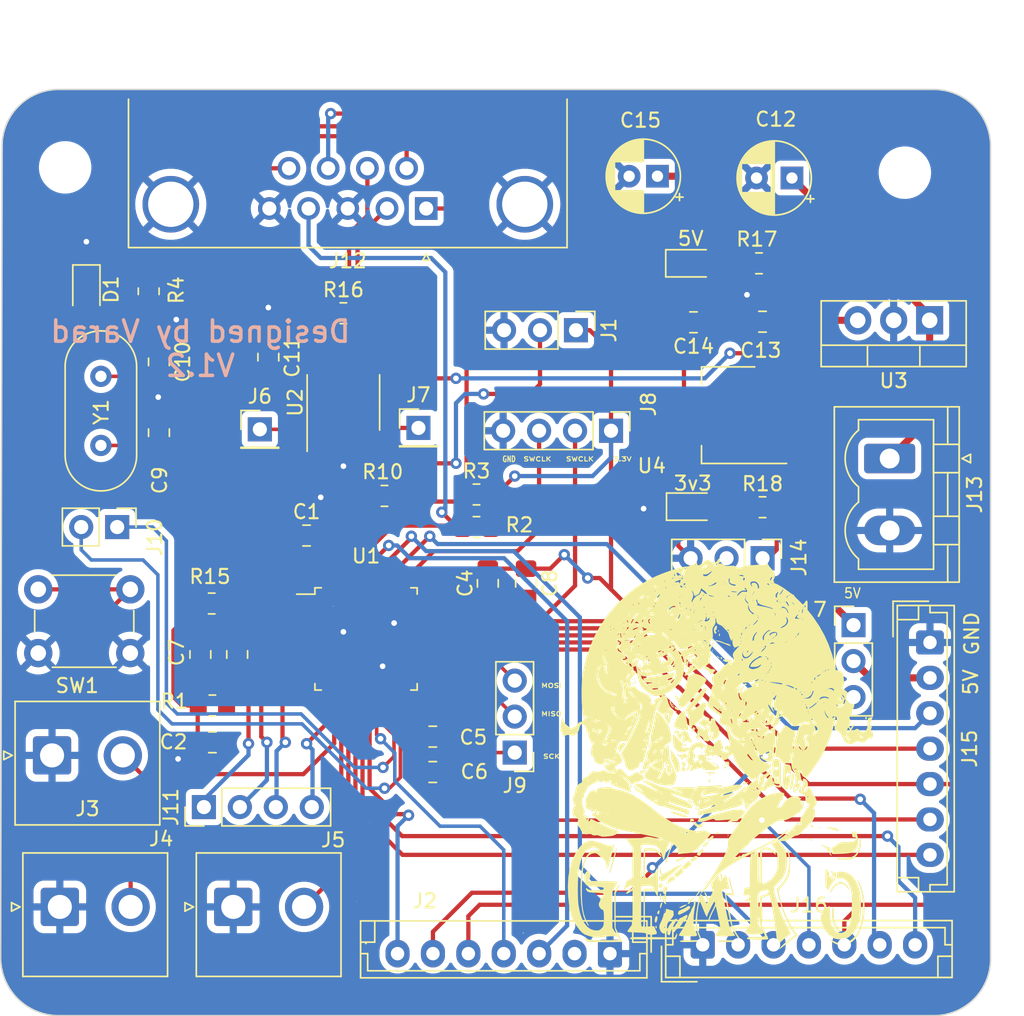
<source format=kicad_pcb>
(kicad_pcb (version 20240108) (generator "pcbnew") (generator_version "8.0")
  (layers (0 "F.Cu" signal) (31 "B.Cu" signal) (34 "B.Paste" user) (35 "F.Paste" user) (36 "B.SilkS" user "B.Silkscreen") (37 "F.SilkS" user "F.Silkscreen") (38 "B.Mask" user) (39 "F.Mask" user) (44 "Edge.Cuts" user))
  (net 0 "")
  (net 1 "+3.3V")
  (net 2 "GND")
  (net 3 "/RESET")
  (net 4 "Net-(C9-Pad1)")
  (net 5 "/OSC_IN")
  (net 6 "+5V")
  (net 7 "+BATT")
  (net 8 "Net-(C14-Pad1)")
  (net 9 "Net-(D1-Pad2)")
  (net 10 "Net-(D5-Pad2)")
  (net 11 "Net-(D6-Pad2)")
  (net 12 "Net-(J1-Pad2)")
  (net 13 "/a15")
  (net 14 "/a12")
  (net 15 "/a11")
  (net 16 "/a8")
  (net 17 "/a9")
  (net 18 "/b0")
  (net 19 "/a10")
  (net 20 "/b1")
  (net 21 "/adc1")
  (net 22 "/adc2")
  (net 23 "/adc3")
  (net 24 "/CAN_Tx")
  (net 25 "/CAN_Rx")
  (net 26 "/pwm_a0")
  (net 27 "/pwm_a1")
  (net 28 "/pmw_a2")
  (net 29 "/pwm_a3")
  (net 30 "/MVCU_HBT")
  (net 31 "/CAN_L-")
  (net 32 "/I2C_SCL")
  (net 33 "/VCU_HBT")
  (net 34 "/CAN_H+")
  (net 35 "/I2C_SDA")
  (net 36 "Net-(R4-Pad2)")
  (net 37 "/BOOT0")
  (net 38 "/OSC_OUT")
  (net 40 "/uart3_tx")
  (net 41 "/uart3_rx")
  (net 42 "/sck")
  (net 43 "/miso")
  (net 44 "/mosi")
  (net 45 "/SWDIO")
  (net 46 "/SWCLK")
  (net 47 "/swo")
  (net 49 "/fault2")
  (net 50 "/rdy2")
  (net 51 "/a7")
  (net 53 "/fault1")
  (net 54 "/rdy1")
  (net 55 "Net-(J15-Pad2)")
  (footprint "Resistor_SMD:R_0805_2012Metric_Pad1.20x1.40mm_HandSolder" (layer "F.Cu") (at 148.7 92.5)
    (property "Reference" "R3")
    (property "Value" "1.5k" (hide yes))
  )
  (footprint "Connector_JST:JST_EH_B7B-EH-A_1x07_P2.50mm_Vertical" (layer "F.Cu") (at 164.675 124.3)
    (property "Reference" "J16")
    (property "Value" "Conn_01x07_Male" (hide yes))
  )
  (footprint "Connector_PinHeader_2.54mm:PinHeader_1x03_P2.54mm_Vertical" (layer "F.Cu") (at 155.725 80.9 -90)
    (property "Reference" "J1")
    (property "Value" "Conn_01x03_Male" (hide yes))
  )
  (footprint "Capacitor_SMD:C_0805_2012Metric_Pad1.18x1.45mm_HandSolder" (layer "F.Cu") (at 152.2 98.775 -90)
    (property "Reference" "C8")
    (property "Value" "1uF" (hide yes))
  )
  (footprint "Capacitor_SMD:C_0805_2012Metric_Pad1.18x1.45mm_HandSolder" (layer "F.Cu") (at 136.7 95.4)
    (property "Reference" "C1")
    (property "Value" "10uF" (hide yes))
  )
  (footprint "Connector_PinHeader_2.54mm:PinHeader_1x04_P2.54mm_Vertical" (layer "F.Cu") (at 158.2 88 -90)
    (property "Reference" "J8")
    (property "Value" "Conn_01x04_Male" (hide yes))
  )
  (footprint "Connector_JST:JST_NV_B02P-NV_1x02_P5.00mm_Vertical" (layer "F.Cu") (at 131.5225 121.625)
    (property "Reference" "J5")
    (property "Value" "Conn_01x02_Male" (hide yes))
  )
  (footprint "Capacitor_SMD:C_0805_2012Metric_Pad1.18x1.45mm_HandSolder" (layer "F.Cu") (at 131.8 103.8 90)
    (property "Reference" "C3")
    (property "Value" "100nF" (hide yes))
  )
  (footprint "Capacitor_SMD:C_0805_2012Metric_Pad1.18x1.45mm_HandSolder" (layer "F.Cu") (at 149.5 98.775 -90)
    (property "Reference" "C4")
    (property "Value" "100nF" (hide yes))
  )
  (footprint "Connector_Phoenix_MSTB:PhoenixContact_MSTBVA_2,5_2-G-5,08_1x02_P5.08mm_Vertical" (layer "F.Cu") (at 177.8775 89.96 -90)
    (property "Reference" "J13")
    (property "Value" "Conn_01x02_Male" (hide yes))
  )
  (footprint "Resistor_SMD:R_0805_2012Metric_Pad1.20x1.40mm_HandSolder" (layer "F.Cu") (at 130 100.2 180)
    (property "Reference" "R15")
    (property "Value" "10k" (hide yes))
  )
  (footprint "Resistor_SMD:R_0805_2012Metric_Pad1.20x1.40mm_HandSolder" (layer "F.Cu") (at 142.2 92.6 180)
    (property "Reference" "R10")
    (property "Value" "10k" (hide yes))
  )
  (footprint "Connector_PinHeader_2.54mm:PinHeader_1x01_P2.54mm_Vertical" (layer "F.Cu") (at 133.4 87.9)
    (property "Reference" "J6")
    (property "Value" "Conn_01x01_Male" (hide yes))
  )
  (footprint "Resistor_SMD:R_0805_2012Metric_Pad1.20x1.40mm_HandSolder" (layer "F.Cu") (at 125.55 78.15 90)
    (property "Reference" "R4")
    (property "Value" "1.5k" (hide yes))
  )
  (footprint "Capacitor_SMD:C_0805_2012Metric_Pad1.18x1.45mm_HandSolder" (layer "F.Cu") (at 129.2 103.8 90)
    (property "Reference" "C7")
    (property "Value" "100nF" (hide yes))
  )
  (footprint "Package_QFP:LQFP-48_7x7mm_P0.5mm" (layer "F.Cu") (at 140.9 102.7)
    (property "Reference" "U1")
    (property "Value" "STM32F103C8Tx")
  )
  (footprint "Connector_PinHeader_2.54mm:PinHeader_1x01_P2.54mm_Vertical" (layer "F.Cu") (at 144.6 87.8)
    (property "Reference" "J7")
    (property "Value" "Conn_01x01_Male" (hide yes))
  )
  (footprint "EG1218:LUFFY" (layer "F.Cu") (at 166 111)
    (property "Reference" "G***")
    (property "Value" "LOGO" (hide yes))
  )
  (footprint "Resistor_SMD:R_0805_2012Metric_Pad1.20x1.40mm_HandSolder" (layer "F.Cu") (at 139.3 79.7)
    (property "Reference" "R16")
    (property "Value" "1.5k" (hide yes))
  )
  (footprint "LED_SMD:LED_0805_2012Metric_Pad1.15x1.40mm_HandSolder" (layer "F.Cu") (at 163.925 76.175)
    (property "Reference" "5V")
    (property "Value" "LED" (hide yes))
  )
  (footprint "Resistor_SMD:R_0805_2012Metric_Pad1.20x1.40mm_HandSolder" (layer "F.Cu") (at 168.65 76.175)
    (property "Reference" "R17")
    (property "Value" "1.5k" (hide yes))
  )
  (footprint "Resistor_SMD:R_0805_2012Metric_Pad1.20x1.40mm_HandSolder" (layer "F.Cu") (at 130.05 107.4 180)
    (property "Reference" "R1")
    (property "Value" "10k" (hide yes))
  )
  (footprint "Connector_PinHeader_2.54mm:PinHeader_1x02_P2.54mm_Vertical" (layer "F.Cu") (at 123.325 94.8 -90)
    (property "Reference" "J10")
    (property "Value" "Conn_01x02_Male" (hide yes))
  )
  (footprint "Resistor_SMD:R_0805_2012Metric_Pad1.20x1.40mm_HandSolder" (layer "F.Cu") (at 148.7 94.8)
    (property "Reference" "R2")
    (property "Value" "1.5k" (hide yes))
  )
  (footprint "Connector_JST:JST_NV_B02P-NV_1x02_P5.00mm_Vertical" (layer "F.Cu") (at 118.725 110.925)
    (property "Reference" "J3")
    (property "Value" "Conn_01x02_Male" (hide yes))
  )
  (footprint "Connector_JST:JST_EH_B7B-EH-A_1x07_P2.50mm_Vertical" (layer "F.Cu") (at 180.725 102.95 -90)
    (property "Reference" "J15")
    (property "Value" "Conn_01x07_Male" (hide yes))
  )
  (footprint "Package_SO:SOIC-8_3.9x4.9mm_P1.27mm" (layer "F.Cu") (at 139.3 86 90)
    (property "Reference" "U2")
    (property "Value" "MCP2551-I-SN" (hide yes))
  )
  (footprint "MountingHole:MountingHole_3.2mm_M3" (layer "F.Cu") (at 119.65 69.4)
    (property "Reference" "REF**" (hide yes))
    (property "Value" "MountingHole_3.2mm_M3" (hide yes))
  )
  (footprint "Resistor_SMD:R_0805_2012Metric_Pad1.20x1.40mm_HandSolder" (layer "F.Cu") (at 168.9 93.4)
    (property "Reference" "R18")
    (property "Value" "1.5k" (hide yes))
  )
  (footprint "Connector_PinHeader_2.54mm:PinHeader_1x04_P2.54mm_Vertical" (layer "F.Cu") (at 129.45 114.575 90)
    (property "Reference" "J11")
    (property "Value" "Conn_01x04_Male" (hide yes))
  )
  (footprint "Connector_JST:JST_NV_B02P-NV_1x02_P5.00mm_Vertical" (layer "F.Cu") (at 119.275 121.625)
    (property "Reference" "J4")
    (property "Value" "Conn_01x02_Male" (hide yes))
  )
  (footprint "LED_SMD:LED_0805_2012Metric_Pad1.15x1.40mm_HandSolder" (layer "F.Cu") (at 121.15 78.15 -90)
    (property "Reference" "D1")
    (property "Value" "LED" (hide yes))
  )
  (footprint "Connector_Dsub:DSUB-9_Male_Horizontal_P2.77x2.84mm_EdgePinOffset4.94mm_Housed_MountingHolesOffset7.48mm" (layer "F.Cu") (at 145.15 72.305331 180)
    (property "Reference" "J12")
    (property "Value" "DB9_Male_MountingHoles" (hide yes))
  )
  (footprint "Capacitor_SMD:C_0805_2012Metric_Pad1.18x1.45mm_HandSolder" (layer "F.Cu") (at 168.9 80.3 180)
    (property "Reference" "C13")
    (property "Value" "22uF" (hide yes))
  )
  (footprint "Capacitor_SMD:C_0805_2012Metric_Pad1.18x1.45mm_HandSolder" (layer "F.Cu") (at 126.275 83.1375 -90)
    (property "Reference" "C10")
    (property "Value" "30pF" (hide yes))
  )
  (footprint "Capacitor_SMD:C_0805_2012Metric_Pad1.18x1.45mm_HandSolder" (layer "F.Cu") (at 126.275 88.1375 90)
    (property "Reference" "C9")
    (property "Value" "30pF" (hide yes))
  )
  (footprint "Connector_PinHeader_2.54mm:PinHeader_1x03_P2.54mm_Vertical" (layer "F.Cu") (at 168.9 97 -90)
    (property "Reference" "J14")
    (property "Value" "Conn_01x03_Male" (hide yes))
  )
  (footprint "Capacitor_THT:CP_Radial_D5.0mm_P2.50mm" (layer "F.Cu") (at 170.975 70.15 180)
    (property "Reference" "C12")
    (property "Value" "22uF" (hide yes))
  )
  (footprint "LED_SMD:LED_0805_2012Metric_Pad1.15x1.40mm_HandSolder" (layer "F.Cu") (at 163.9775 93.36)
    (property "Reference" "3v3")
    (property "Value" "LED" (hide yes))
  )
  (footprint "MountingHole:MountingHole_3.2mm_M3" (layer "F.Cu") (at 178.95 69.775)
    (property "Reference" "REF**" (hide yes))
    (property "Value" "MountingHole_3.2mm_M3" (hide yes))
  )
  (footprint "Button_Switch_THT:SW_PUSH_6mm_H5mm" (layer "F.Cu") (at 124.25 103.7 180)
    (property "Reference" "SW1")
    (property "Value" "SW_Push" (hide yes))
  )
  (footprint "Capacitor_SMD:C_0805_2012Metric_Pad1.18x1.45mm_HandSolder" (layer "F.Cu") (at 130.05 110)
    (property "Reference" "C2")
    (property "Value" "100nF" (hide yes))
  )
  (footprint "Capacitor_THT:CP_Radial_D5.0mm_P2.00mm" (layer "F.Cu") (at 161.480113 70.025 180)
    (property "Reference" "C15")
    (property "Value" "22uF" (hide yes))
  )
  (footprint "Capacitor_SMD:C_0805_2012Metric_Pad1.18x1.45mm_HandSolder" (layer "F.Cu") (at 134 82.8 -90)
    (property "Reference" "C11")
    (property "Value" "10uF" (hide yes))
  )
  (footprint "Crystal:Crystal_HC49-U_Vertical" (layer "F.Cu") (at 122.175 89.0375 90)
    (property "Reference" "Y1")
    (property "Value" "Crystal" (hide yes))
  )
  (footprint "Package_TO_SOT_SMD:SOT-223-3_TabPin2" (layer "F.Cu") (at 166.5 86.9 180)
    (property "Reference" "U4")
    (property "Value" "AMS1117-3.3" (hide yes))
  )
  (footprint "Capacitor_SMD:C_0805_2012Metric_Pad1.18x1.45mm_HandSolder" (layer "F.Cu") (at 145.6125 109.6 180)
    (property "Reference" "C5")
    (property "Value" "100nF" (hide yes))
  )
  (footprint "Connector_PinHeader_2.54mm:PinHeader_1x03_P2.54mm_Vertical" (layer "F.Cu") (at 151.4 110.725 180)
    (property "Reference" "J9")
    (property "Value" "Conn_01x03_Male" (hide yes))
  )
  (footprint "Package_TO_SOT_THT:TO-220-3_Vertical" (layer "F.Cu") (at 180.7 80.2 180)
    (property "Reference" "U3")
    (property "Value" "LM7805_TO220" (hide yes))
  )
  (footprint "Connector_JST:JST_EH_B7B-EH-A_1x07_P2.50mm_Vertical" (layer "F.Cu") (at 158.125 124.925 180)
    (property "Reference" "J2")
    (property "Value" "Conn_01x07_Male" (hide yes))
  )
  (footprint "Capacitor_SMD:C_0805_2012Metric_Pad1.18x1.45mm_HandSolder" (layer "F.Cu") (at 145.6125 112.1 180)
    (property "Reference" "C6")
    (property "Value" "100nF" (hide yes))
  )
  (footprint "Capacitor_SMD:C_0805_2012Metric_Pad1.18x1.45mm_HandSolder" (layer "F.Cu") (at 164.0225 80.34)
    (property "Reference" "C14")
    (property "Value" "22uF" (hide yes))
  )
  (footprint "Connector_PinHeader_2.54mm:PinHeader_1x03_P2.54mm_Vertical" (layer "F.Cu") (at 175.325 101.725)
    (property "Reference" "J17")
    (property "Value" "Conn_01x03_Male" (hide yes))
  )
  (gr_line (start 181 63.9) (end 119.2 63.9) (stroke (width 0.1)) (layer "Edge.Cuts"))
  (gr_arc (start 181 63.9) (mid 183.828427 65.071573) (end 185 67.9) (stroke (width 0.1)) (layer "Edge.Cuts"))
  (gr_arc (start 115.2 67.9) (mid 116.371573 65.071573) (end 119.2 63.9) (stroke (width 0.1)) (layer "Edge.Cuts"))
  (gr_line (start 119.2 129.3) (end 181 129.3) (stroke (width 0.1)) (layer "Edge.Cuts"))
  (gr_line (start 115.2 67.9) (end 115.1 125.2) (stroke (width 0.1)) (layer "Edge.Cuts"))
  (gr_line (start 185 125.3) (end 185 67.9) (stroke (width 0.1)) (layer "Edge.Cuts"))
  (gr_arc (start 119.2 129.3) (mid 116.300862 128.099138) (end 115.1 125.2) (stroke (width 0.1)) (layer "Edge.Cuts"))
  (gr_arc (start 185 125.3) (mid 183.828427 128.128427) (end 181 129.3) (stroke (width 0.1)) (layer "Edge.Cuts"))
  (gr_text "Designed by Varad\nV1.2" (at 129.2 82.2 0) (layer "B.SilkS") (effects (font (size 1.5 1.5) (thickness 0.25)) (justify mirror)))
  (gr_text "3.3V" (at 159 90 0) (layer "F.SilkS") (effects (font (size 0.3 0.4) (thickness 0.075))))
  (gr_text "GND\n" (at 151 90 0) (layer "F.SilkS") (effects (font (size 0.4 0.3) (thickness 0.075) (bold yes))))
  (gr_text "SWCLK\n" (at 153 90 0) (layer "F.SilkS") (effects (font (size 0.3 0.4) (thickness 0.075))))
  (gr_text "0----1\n" (at 166.55 99.65 0) (layer "F.SilkS") (effects (font (size 1 1))))
  (gr_text "X" (at 175.125 109.15 0) (layer "F.SilkS") (effects (font (size 0.7 0.65) (thickness 0.1))))
  (gr_text "SWCLK\n" (at 156 90 0) (layer "F.SilkS") (effects (font (size 0.3 0.4) (thickness 0.075))))
  (gr_text "GND" (at 183.675 102.325 90) (layer "F.SilkS") (effects (font (size 1 1))))
  (gr_text "MOSI\n" (at 154 106 0) (layer "F.SilkS") (effects (font (size 0.3 0.4) (thickness 0.075))))
  (gr_text "SCK\n" (at 154 111 0) (layer "F.SilkS") (effects (font (size 0.3 0.4) (thickness 0.075))))
  (gr_text "MISO\n" (at 154 108 0) (layer "F.SilkS") (effects (font (size 0.3 0.4) (thickness 0.075))))
  (gr_text "5V" (at 175.25 99.475 0) (layer "F.SilkS") (effects (font (size 0.7 0.65) (thickness 0.1))))
  (gr_text "5V" (at 183.6 105.75 90) (layer "F.SilkS") (effects (font (size 1 1))))
  (segment (start 132.7625 104.8375) (end 133.65 103.95) (width 0.3) (layer "F.Cu") (net 1))
  (segment (start 140.6 103.1) (end 140.6 101.3) (width 0.3) (layer "F.Cu") (net 1))
  (segment (start 145.0625 99.8375) (end 146.9375 97.9625) (width 0.3) (layer "F.Cu") (net 1))
  (segment (start 139.25 99.95) (end 136.7375 99.95) (width 0.3) (layer "F.Cu") (net 1))
  (segment (start 131.8 104.8375) (end 132.7625 104.8375) (width 0.3) (layer "F.Cu") (net 1))
  (segment (start 143.65 106.8625) (end 145.0625 106.8625) (width 0.3) (layer "F.Cu") (net 1))
  (segment (start 159.3 100.3) (end 158.2 99.2) (width 0.3) (layer "F.Cu") (net 1))
  (segment (start 155.725 80.9) (end 156.7 80.9) (width 0.3) (layer "F.Cu") (net 1))
  (segment (start 141.4 101.3) (end 141.4 102.2) (width 0.3) (layer "F.Cu") (net 1))
  (segment (start 136.7375 99.95) (end 135.6625 98.875) (width 0.3) (layer "F.Cu") (net 1))
  (segment (start 140.6 101.3) (end 141.4 101.3) (width 0.3) (layer "F.Cu") (net 1))
  (segment (start 141.4 101.5) (end 141.4 102.3) (width 0.3) (layer "F.Cu") (net 1))
  (segment (start 131.8 104.8375) (end 131.8 106.65) (width 0.3) (layer "F.Cu") (net 1))
  (segment (start 150.1 92.5) (end 151.4 91.2) (width 0.3) (layer "F.Cu") (net 1))
  (segment (start 140.6 101.3) (end 139.25 99.95) (width 0.3) (layer "F.Cu") (net 1))
  (segment (start 166.36 99.34) (end 165.4 100.3) (width 0.3) (layer "F.Cu") (net 1))
  (segment (start 135.6625 96.8625) (end 135.6625 95.4) (width 0.3) (layer "F.Cu") (net 1))
  (segment (start 156.7 80.9) (end 158.2 82.4) (width 0.3) (layer "F.Cu") (net 1))
  (segment (start 149.7 92.5) (end 150.1 92.5) (width 0.3) (layer "F.Cu") (net 1))
  (segment (start 141.4 102.3) (end 143.65 104.55) (width 0.3) (layer "F.Cu") (net 1))
  (segment (start 146.65 109.6) (end 146.65 112.1) (width 0.3) (layer "F.Cu") (net 1))
  (segment (start 153.912 97.7375) (end 152.2 97.7375) (width 0.3) (layer "F.Cu") (net 1))
  (segment (start 133.65 103.95) (end 136.7375 103.95) (width 0.3) (layer "F.Cu") (net 1))
  (segment (start 165.4 100.3) (end 159.3 100.3) (width 0.3) (layer "F.Cu") (net 1))
  (segment (start 166.36 97) (end 166.36 99.34) (width 0.3) (layer "F.Cu") (net 1))
  (segment (start 158.2 82.4) (end 158.2 88) (width 0.3) (layer "F.Cu") (net 1))
  (segment (start 139.75 103.95) (end 140.6 103.1) (width 0.3) (layer "F.Cu") (net 1))
  (segment (start 158.2 99.2) (end 158.2 88) (width 0.3) (layer "F.Cu") (net 1))
  (segment (start 135.6625 98.875) (end 135.6625 95.4) (width 0.3) (layer "F.Cu") (net 1))
  (segment (start 158.2 99.2) (end 157.4 98.4) (width 0.3) (layer "F.Cu") (net 1))
  (segment (start 149.5 97.7375) (end 152.2 97.7375) (width 0.3) (layer "F.Cu") (net 1))
  (segment (start 145.0625 106.8625) (end 146.65 108.45) (width 0.3) (layer "F.Cu") (net 1))
  (segment (start 146.9375 97.9625) (end 149.5 97.9625) (width 0.3) (layer "F.Cu") (net 1))
  (segment (start 149.7 92.5) (end 149.7 94.8) (width 0.3) (layer "F.Cu") (net 1))
  (segment (start 131.8 106.65) (end 131.05 107.4) (width 0.3) (layer "F.Cu") (net 1))
  (segment (start 142.75 99.95) (end 141.4 101.3) (width 0.3) (layer "F.Cu") (net 1))
  (segment (start 145.0625 99.95) (end 142.75 99.95) (width 0.3) (layer "F.Cu") (net 1))
  (segment (start 146.65 108.45) (end 146.65 109.6) (width 0.3) (layer "F.Cu") (net 1))
  (segment (start 129.2 104.8375) (end 131.8 104.8375) (width 0.3) (layer "F.Cu") (net 1))
  (segment (start 143.65 104.55) (end 143.65 106.8625) (width 0.3) (layer "F.Cu") (net 1))
  (segment (start 136.7375 103.95) (end 139.75 103.95) (width 0.3) (layer "F.Cu") (net 1))
  (segment (start 137.3375 98.5375) (end 135.6625 96.8625) (width 0.3) (layer "F.Cu") (net 1))
  (segment (start 154.9 96.7495) (end 153.912 97.7375) (width 0.3) (layer "F.Cu") (net 1))
  (segment (start 145.0625 99.95) (end 145.0625 99.8375) (width 0.3) (layer "F.Cu") (net 1))
  (segment (start 138.15 98.5375) (end 137.3375 98.5375) (width 0.3) (layer "F.Cu") (net 1))
  (segment (start 157.4 98.4) (end 156.5505 98.4) (width 0.3) (layer "F.Cu") (net 1))
  (via (at 154.9 96.7495) (size 0.8) (drill 0.4) (layers "F.Cu" "B.Cu") (net 1))
  (via (at 156.5505 98.4) (size 0.8) (drill 0.4) (layers "F.Cu" "B.Cu") (net 1))
  (via (at 151.4 91.2) (size 0.8) (drill 0.4) (layers "F.Cu" "B.Cu") (net 1))
  (segment (start 156.9 91.2) (end 158.2 89.9) (width 0.3) (layer "B.Cu") (net 1))
  (segment (start 151.4 91.2) (end 156.9 91.2) (width 0.3) (layer "B.Cu") (net 1))
  (segment (start 154.9 96.7495) (end 156.5505 98.4) (width 0.3) (layer "B.Cu") (net 1))
  (segment (start 158.2 89.9) (end 158.2 88) (width 0.3) (layer "B.Cu") (net 1))
  (segment (start 134 81.7625) (end 134 79.3) (width 0.3) (layer "F.Cu") (net 2))
  (segment (start 165.06 80.34) (end 167.8225 80.34) (width 0.3) (layer "F.Cu") (net 2))
  (segment (start 138.65 96.15) (end 138.65 98.5375) (width 0.3) (layer "F.Cu") (net 2))
  (segment (start 167.8625 78.4625) (end 167.8 78.4) (width 0.3) (layer "F.Cu") (net 2))
  (segment (start 142.879977 101.227129) (end 142.879977 101.579977) (width 0.3) (layer "F.Cu") (net 2))
  (segment (start 134 81.7625) (end 136.9625 81.7625) (width 0.3) (layer "F.Cu") (net 2))
  (segment (start 145.0625 100.45) (end 143.657106 100.45) (width 0.3) (layer "F.Cu") (net 2))
  (segment (start 169.65 89.95) (end 169.65 89.2) (width 0.3) (layer "F.Cu") (net 2))
  (segment (start 138.05 103.45) (end 139.3 102.2) (width 0.3) (layer "F.Cu") (net 2))
  (segment (start 163.8 78.7) (end 164.4 78.7) (width 0.25) (layer "F.Cu") (net 2))
  (segment (start 147.25 100.45) (end 147.8875 99.8125) (width 0.3) (layer "F.Cu") (net 2))
  (segment (start 126.275 81.375) (end 127.5 80.15) (width 0.25) (layer "F.Cu") (net 2))
  (segment (start 137.7375 92.7375) (end 137.7 92.7) (width 0.3) (layer "F.Cu") (net 2))
  (segment (start 163.82 97) (end 162.9525 96.1325) (width 0.3) (layer "F.Cu") (net 2))
  (segment (start 129.6625 111.425) (end 131.0875 110) (width 0.25) (layer "F.Cu") (net 2))
  (segment (start 143.15 108.45) (end 143.725 109.025) (width 0.3) (layer "F.Cu") (net 2))
  (segment (start 138.665 89.865) (end 139.3 90.5) (width 0.3) (layer "F.Cu") (net 2))
  (segment (start 167.8625 80.3) (end 167.8625 78.4625) (width 0.3) (layer "F.Cu") (net 2))
  (segment (start 143.15 106.8625) (end 143.15 105.35) (width 0.3) (layer "F.Cu") (net 2))
  (segment (start 145.0625 100.45) (end 147.25 100.45) (width 0.3) (layer "F.Cu") (net 2))
  (segment (start 121.15 74.65) (end 121.15 77.125) (width 0.25) (layer "F.Cu") (net 2))
  (segment (start 133.65 103.45) (end 136.7375 103.45) (width 0.3) (layer "F.Cu") (net 2))
  (segment (start 167.8225 80.34) (end 167.8625 80.3) (width 0.3) (layer "F.Cu") (net 2))
  (segment (start 168.3 91.3) (end 169.65 89.95) (width 0.3) (layer "F.Cu") (net 2))
  (segment (start 163.15 78.05) (end 163.8 78.7) (width 0.25) (layer "F.Cu") (net 2))
  (segment (start 137.7375 95.4) (end 137.7375 92.7375) (width 0.3) (layer "F.Cu") (net 2))
  (segment (start 160.64 93.36) (end 160.5 93.5) (width 0.3) (layer "F.Cu") (net 2))
  (segment (start 143.15 106.8625) (end 143.15 108.45) (width 0.3) (layer "F.Cu") (net 2))
  (segment (start 143.15 105.35) (end 142.429977 104.629977) (width 0.3) (layer "F.Cu") (net 2))
  (segment (start 126.275 82.1) (end 126.275 81.375) (width 0.25) (layer "F.Cu") (net 2))
  (segment (start 149.5 99.8125) (end 152.2 99.8125) (width 0.3) (layer "F.Cu") (net 2))
  (segment (start 164.4 78.7) (end 165.06 79.36) (width 0.25) (layer "F.Cu") (net 2))
  (segment (start 163.9 91.3) (end 168.3 91.3) (width 0.3) (layer "F.Cu") (net 2))
  (segment (start 126.275 85.675) (end 126.225 85.625) (width 0.3) (layer "F.Cu") (net 2))
  (segment (start 143.657106 100.45) (end 142.879977 101.227129) (width 0.3) (layer "F.Cu") (net 2))
  (segment (start 144.575 109.6) (end 144.575 112.1) (width 0.3) (layer "F.Cu") (net 2))
  (segment (start 143.6625 108.95) (end 144.3125 109.6) (width 0.3) (layer "F.Cu") (net 2))
  (segment (start 147.8875 99.8125) (end 149.5 99.8125) (width 0.3) (layer "F.Cu") (net 2))
  (segment (start 126.275 87.1) (end 126.275 85.675) (width 0.3) (layer "F.Cu") (net 2))
  (segment (start 127.625 111.175) (end 127.875 111.425) (width 0.25) (layer "F.Cu") (net 2))
  (segment (start 165.06 79.36) (end 165.06 80.34) (width 0.25) (layer "F.Cu") (net 2))
  (segment (start 136.9625 81.7625) (end 137.395 82.195) (width 0.3) (layer "F.Cu") (net 2))
  (segment (start 131.8 102.7625) (end 132.9625 102.7625) (width 0.3) (layer "F.Cu") (net 2))
  (segment (start 137.9 95.4) (end 138.65 96.15) (width 0.3) (layer "F.Cu") (net 2))
  (segment (start 162.9525 93.36) (end 160.64 93.36) (width 0.3) (layer "F.Cu") (net 2))
  (segment (start 127.875 111.425) (end 129.6625 111.425) (width 0.25) (layer "F.Cu") (net 2))
  (segment (start 144.3125 109.6) (end 144.575 109.6) (width 0.3) (layer "F.Cu") (net 2))
  (segment (start 132.9625 102.7625) (end 133.65 103.45) (width 0.3) (layer "F.Cu") (net 2))
  (segment (start 138.665 88.475) (end 138.665 89.865) (width 0.3) (layer "F.Cu") (net 2))
  (segment (start 162.9525 92.2475) (end 163.9 91.3) (width 0.3) (layer "F.Cu") (net 2))
  (segment (start 162.9525 96.1325) (end 162.9525 93.36) (width 0.3) (layer "F.Cu") (net 2))
  (segment (start 142.429977 104.629977) (end 142.070023 104.629977) (width 0.3) (layer "F.Cu") (net 2))
  (segment (start 136.7375 103.45) (end 138.05 103.45) (width 0.3) (layer "F.Cu") (net 2))
  (segment (start 162.9525 93.36) (end 162.9525 92.2475) (width 0.3) (layer "F.Cu") (net 2))
  (segment (start 137.395 82.195) (end 137.395 83.525) (width 0.3) (layer "F.Cu") (net 2))
  (segment (start 129.2 102.7625) (end 131.8 102.7625) (width 0.3) (layer "F.Cu") (net 2))
  (segment (start 163.15 76.2) (end 163.15 78.05) (width 0.25) (layer "F.Cu") (net 2))
  (segment (start 137.7375 95.4) (end 137.9 95.4) (width 0.3) (layer "F.Cu") (net 2))
  (via (at 160.5 93.5) (size 0.8) (drill 0.4) (layers "F.Cu" "B.Cu") (net 2))
  (via (at 142.879977 101.579977) (size 0.8) (drill 0.4) (layers "F.Cu" "B.Cu") (net 2))
  (via (at 121.15 74.65) (size 0.8) (drill 0.4) (layers "F.Cu" "B.Cu") (net 2))
  (via (at 139.3 90.5) (size 0.8) (drill 0.4) (layers "F.Cu" "B.Cu") (net 2))
  (via (at 126.225 85.625) (size 0.8) (drill 0.4) (layers "F.Cu" "B.Cu") (net 2))
  (via (at 137.7 92.7) (size 0.8) (drill 0.4) (layers "F.Cu" "B.Cu") (net 2))
  (via (at 127.625 111.175) (size 0.8) (drill 0.4) (layers "F.Cu" "B.Cu") (net 2))
  (via (at 139.3 102.2) (size 0.8) (drill 0.4) (layers "F.Cu" "B.Cu") (net 2))
  (via (at 142.070023 104.629977) (size 0.8) (drill 0.4) (layers "F.Cu" "B.Cu") (net 2))
  (via (at 167.8 78.4) (size 0.8) (drill 0.4) (layers "F.Cu" "B.Cu") (net 2))
  (via (at 134 79.3) (size 0.8) (drill 0.4) (layers "F.Cu" "B.Cu") (net 2))
  (via (at 127.5 80.15) (size 0.8) (drill 0.4) (layers "F.Cu" "B.Cu") (net 2))
  (segment (start 127.3 106.8) (end 127.9 107.4) (width 0.3) (layer "F.Cu") (net 3))
  (segment (start 127.9 101.5) (end 127.3 102.1) (width 0.3) (layer "F.Cu") (net 3))
  (segment (start 129.0125 110) (end 126.675 110) (width 0.3) (layer "F.Cu") (net 3))
  (segment (start 121.3 104.625) (end 121.3 102.15) (width 0.3) (layer "F.Cu") (net 3))
  (segment (start 121.3 102.15) (end 124.25 99.2) (width 0.3) (layer "F.Cu") (net 3))
  (segment (start 117.75 99.2) (end 124.25 99.2) (width 0.3) (layer "F.Cu") (net 3))
  (segment (start 136.7375 102.95) (end 134.15 102.95) (width 0.3) (layer "F.Cu") (net 3))
  (segment (start 126.675 110) (end 121.3 104.625) (width 0.3) (layer "F.Cu") (net 3))
  (segment (start 129.0125 110) (end 129.0125 107.4375) (width 0.3) (layer "F.Cu") (net 3))
  (segment (start 132.7 101.5) (end 127.9 101.5) (width 0.3) (layer "F.Cu") (net 3))
  (segment (start 127.9 107.4) (end 129.05 107.4) (width 0.3) (layer "F.Cu") (net 3))
  (segment (start 129.0125 107.4375) (end 129.05 107.4) (width 0.3) (layer "F.Cu") (net 3))
  (segment (start 127.3 102.1) (end 127.3 106.8) (width 0.3) (layer "F.Cu") (net 3))
  (segment (start 134.15 102.95) (end 132.7 101.5) (width 0.3) (layer "F.Cu") (net 3))
  (segment (start 127.825 99.025) (end 127.825 90.2) (width 0.25) (layer "F.Cu") (net 4))
  (segment (start 121.875 89.0375) (end 126.1375 89.0375) (width 0.25) (layer "F.Cu") (net 4))
  (segment (start 129 100.2) (end 127.825 99.025) (width 0.25) (layer "F.Cu") (net 4))
  (segment (start 126.1375 89.0375) (end 126.275 89.175) (width 0.25) (layer "F.Cu") (net 4))
  (segment (start 127.825 90.2) (end 126.8 89.175) (width 0.25) (layer "F.Cu") (net 4))
  (segment (start 126.8 89.175) (end 126.275 89.175) (width 0.25) (layer "F.Cu") (net 4))
  (segment (start 127.775 84.175) (end 126.275 84.175) (width 0.3) (layer "F.Cu") (net 5))
  (segment (start 132.5 99.7) (end 128.775 95.975) (width 0.3) (layer "F.Cu") (net 5))
  (segment (start 134.757106 101.95) (end 132.507106 99.7) (width 0.3) (layer "F.Cu") (net 5))
  (segment (start 132.507106 99.7) (end 132.5 99.7) (width 0.3) (layer "F.Cu") (net 5))
  (segment (start 126.2575 84.1575) (end 126.275 84.175) (width 0.25) (layer "F.Cu") (net 5))
  (segment (start 128.775 95.975) (end 128.775 85.175) (width 0.3) (layer "F.Cu") (net 5))
  (segment (start 128.775 85.175) (end 127.775 84.175) (width 0.3) (layer "F.Cu") (net 5))
  (segment (start 136.7375 101.95) (end 134.757106 101.95) (width 0.3) (layer "F.Cu") (net 5))
  (segment (start 121.875 84.1575) (end 126.2575 84.1575) (width 0.25) (layer "F.Cu") (net 5))
  (segment (start 134 84) (end 135.8 85.8) (width 0.3) (layer "F.Cu") (net 6))
  (segment (start 172.55 98.95) (end 172.55 85.15) (width 0.5) (layer "F.Cu") (net 6))
  (segment (start 169.65 76.15) (end 169.65 76.175) (width 0.5) (layer "F.Cu") (net 6))
  (segment (start 172 84.6) (end 169.65 84.6) (width 0.5) (layer "F.Cu") (net 6))
  (segment (start 132.834669 69.465331) (end 132 70.3) (width 0.3) (layer "F.Cu") (net 6))
  (segment (start 132.4375 83.8375) (end 134 83.8375) (width 0.3) (layer "F.Cu") (net 6))
  (segment (start 134 83.8375) (end 134 84) (width 0.3) (layer "F.Cu") (net 6))
  (segment (start 167.925 82.525) (end 166.6 82.525) (width 0.3) (layer "F.Cu") (net 6))
  (segment (start 132 70.3) (end 132 83.4) (width 0.3) (layer "F.Cu") (net 6))
  (segment (start 170.0375 80.2) (end 175.62 80.2) (width 0.5) (layer "F.Cu") (net 6))
  (segment (start 139.935 88.475) (end 139.935 87.165) (width 0.3) (layer "F.Cu") (net 6))
  (segment (start 172.55 85.15) (end 172 84.6) (width 0.5) (layer "F.Cu") (net 6))
  (segment (start 169.65 75.925) (end 169.65 76.175) (width 0.5) (layer "F.Cu") (net 6))
  (segment (start 139.935 86.635) (end 139.935 88.475) (width 0.3) (layer "F.Cu") (net 6))
  (segment (start 161.480113 70.025) (end 163.75 70.025) (width 0.5) (layer "F.Cu") (net 6))
  (segment (start 169.9375 80.3) (end 170.0375 80.2) (width 0.5) (layer "F.Cu") (net 6))
  (segment (start 135.8 85.8) (end 139.1 85.8) (width 0.3) (layer "F.Cu") (net 6))
  (segment (start 132 83.4) (end 132.4375 83.8375) (width 0.3) (layer "F.Cu") (net 6))
  (segment (start 139.935 87.165) (end 141.2 85.9) (width 0.3) (layer "F.Cu") (net 6))
  (segment (start 142.8 84.3) (end 147.2495 84.3) (width 0.3) (layer "F.Cu") (net 6))
  (segment (start 169.9375 84.3125) (end 169.65 84.6) (width 0.5) (layer "F.Cu") (net 6))
  (segment (start 169.65 80.0125) (end 169.9375 80.3) (width 0.5) (layer "F.Cu") (net 6))
  (segment (start 175.325 101.725) (end 172.55 98.95) (width 0.5) (layer "F.Cu") (net 6))
  (segment (start 169.9375 80.3) (end 169.9375 84.3125) (width 0.5) (layer "F.Cu") (net 6))
  (segment (start 139.1 85.8) (end 139.935 86.635) (width 0.3) (layer "F.Cu") (net 6))
  (segment (start 141.2 85.9) (end 142.8 84.3) (width 0.3) (layer "F.Cu") (net 6))
  (segment (start 135.455 69.465331) (end 132.834669 69.465331) (width 0.3) (layer "F.Cu") (net 6))
  (segment (start 163.75 70.025) (end 169.65 75.925) (width 0.5) (layer "F.Cu") (net 6))
  (segment (start 169.65 84.6) (end 169.65 84.25) (width 0.3) (layer "F.Cu") (net 6))
  (segment (start 169.65 84.25) (end 167.925 82.525) (width 0.3) (layer "F.Cu") (net 6))
  (segment (start 169.65 76.175) (end 169.65 80.0125) (width 0.5) (layer "F.Cu") (net 6))
  (via (at 166.6 82.525) (size 0.8) (drill 0.4) (layers "F.Cu" "B.Cu") (net 6))
  (via (at 147.2495 84.3) (size 0.8) (drill 0.4) (layers "F.Cu" "B.Cu") (net 6))
  (segment (start 164.825 84.3) (end 147.2495 84.3) (width 0.3) (layer "B.Cu") (net 6))
  (segment (start 166.6 82.525) (end 164.825 84.3) (width 0.3) (layer "B.Cu") (net 6))
  (segment (start 180.7 87.1375) (end 180.7 80.2) (width 0.5) (layer "F.Cu") (net 7))
  (segment (start 180.7 79.875) (end 180.7 80.2) (width 0.5) (layer "F.Cu") (net 7))
  (segment (start 177.8775 89.96) (end 180.7 87.1375) (width 0.5) (layer "F.Cu") (net 7))
  (segment (start 170.975 70.15) (end 180.7 79.875) (width 0.5) (layer "F.Cu") (net 7))
  (segment (start 169.9 93.4) (end 171.6 91.7) (width 0.3) (layer "F.Cu") (net 8))
  (segment (start 163.35 86.9) (end 163.35 80.705) (width 0.3) (layer "F.Cu") (net 8))
  (segment (start 169.9 93.4) (end 169.9 96.4) (width 0.3) (layer "F.Cu") (net 8))
  (segment (start 169.9 96.4) (end 169.3 97) (width 0.3) (layer "F.Cu") (net 8))
  (segment (start 163.35 80.705) (end 162.985 80.34) (width 0.3) (layer "F.Cu") (net 8))
  (segment (start 171.6 91.7) (end 171.6 88.2) (width 0.3) (layer "F.Cu") (net 8))
  (segment (start 169.3 97) (end 168.9 97) (width 0.3) (layer "F.Cu") (net 8))
  (segment (start 170.3 86.9) (end 169.65 86.9) (width 0.3) (layer "F.Cu") (net 8))
  (segment (start 163.35 86.9) (end 169.65 86.9) (width 0.3) (layer "F.Cu") (net 8))
  (segment (start 171.6 88.2) (end 170.3 86.9) (width 0.3) (layer "F.Cu") (net 8))
  (segment (start 121.15 79.175) (end 125.525 79.175) (width 0.25) (layer "F.Cu") (net 9))
  (segment (start 125.525 79.175) (end 125.55 79.15) (width 0.25) (layer "F.Cu") (net 9))
  (segment (start 164.95 76.175) (end 167.65 76.175) (width 0.3) (layer "F.Cu") (net 10))
  (segment (start 165.0025 93.36) (end 167.86 93.36) (width 0.3) (layer "F.Cu") (net 11))
  (segment (start 167.86 93.36) (end 167.9 93.4) (width 0.3) (layer "F.Cu") (net 11))
  (segment (start 143.2 91) (end 143.2 92.6) (width 0.3) (layer "F.Cu") (net 12))
  (segment (start 153.185 80.9) (end 153.185 84.715) (width 0.3) (layer "F.Cu") (net 12))
  (segment (start 153.185 84.715) (end 153 84.9) (width 0.3) (layer "F.Cu") (net 12))
  (segment (start 152.5 85.4) (end 149.2 85.4) (width 0.3) (layer "F.Cu") (net 12))
  (segment (start 143.9 90.3) (end 143.2 91) (width 0.3) (layer "F.Cu") (net 12))
  (segment (start 153 84.9) (end 152.5 85.4) (width 0.3) (layer "F.Cu") (net 12))
  (segment (start 147.2505 90.3) (end 143.9 90.3) (width 0.3) (layer "F.Cu") (net 12))
  (via (at 147.2505 90.3) (size 0.8) (drill 0.4) (layers "F.Cu" "B.Cu") (net 12))
  (via (at 149.2 85.4) (size 0.8) (drill 0.4) (layers "F.Cu" "B.Cu") (net 12))
  (segment (start 147.2505 86.0495) (end 147.2505 90.3) (width 0.3) (layer "B.Cu") (net 12))
  (segment (start 149.2 85.4) (end 147.9 85.4) (width 0.3) (layer "B.Cu") (net 12))
  (segment (start 147.9 85.4) (end 147.6 85.7) (width 0.3) (layer "B.Cu") (net 12))
  (segment (start 147.6 85.7) (end 147.2505 86.0495) (width 0.3) (layer "B.Cu") (net 12))
  (segment (start 143.15 97.6995) (end 143.15 98.5375) (width 0.3) (layer "F.Cu") (net 13))
  (segment (start 145.4 95.4495) (end 143.15 97.6995) (width 0.3) (layer "F.Cu") (net 13))
  (via (at 145.4 95.4495) (size 0.8) (drill 0.4) (layers "F.Cu" "B.Cu") (net 13))
  (segment (start 145.9505 96) (end 157.9 96) (width 0.3) (layer "B.Cu") (net 13))
  (segment (start 179.675 109) (end 180.725 107.95) (width 0.3) (layer "B.Cu") (net 13))
  (segment (start 145.4 95.4495) (end 145.9505 96) (width 0.3) (layer "B.Cu") (net 13))
  (segment (start 157.9 96) (end 170.9 109) (width 0.3) (layer "B.Cu") (net 13))
  (segment (start 170.9 109) (end 179.675 109) (width 0.3) (layer "B.Cu") (net 13))
  (segment (start 161.95 101.45) (end 170.95 110.45) (width 0.3) (layer "F.Cu") (net 14))
  (segment (start 145.0625 101.45) (end 161.95 101.45) (width 0.3) (layer "F.Cu") (net 14))
  (segment (start 170.95 110.45) (end 180.725 110.45) (width 0.3) (layer "F.Cu") (net 14))
  (segment (start 182.1 112.95) (end 183.2 114.05) (width 0.3) (layer "F.Cu") (net 15))
  (segment (start 148.125 122.275) (end 148.125 124.925) (width 0.3) (layer "F.Cu") (net 15))
  (segment (start 175.825 121.475) (end 174.675 122.625) (width 0.3) (layer "F.Cu") (net 15))
  (segment (start 175.825 121.475) (end 148.925 121.475) (width 0.3) (layer "F.Cu") (net 15))
  (segment (start 174.675 122.625) (end 174.675 124.3) (width 0.3) (layer "F.Cu") (net 15))
  (segment (start 148.925 121.475) (end 148.125 122.275) (width 0.3) (layer "F.Cu") (net 15))
  (segment (start 172.15 112.95) (end 180.725 112.95) (width 0.3) (layer "F.Cu") (net 15))
  (segment (start 180.725 112.95) (end 182.1 112.95) (width 0.3) (layer "F.Cu") (net 15))
  (segment (start 161.15 101.95) (end 172.15 112.95) (width 0.3) (layer "F.Cu") (net 15))
  (segment (start 145.0625 101.95) (end 161.15 101.95) (width 0.3) (layer "F.Cu") (net 15))
  (segment (start 176.275 121.475) (end 175.825 121.475) (width 0.3) (layer "F.Cu") (net 15))
  (segment (start 183.2 114.05) (end 183.2 120.35) (width 0.3) (layer "F.Cu") (net 15))
  (segment (start 182.075 121.475) (end 176.275 121.475) (width 0.3) (layer "F.Cu") (net 15))
  (segment (start 183.2 120.35) (end 182.075 121.475) (width 0.3) (layer "F.Cu") (net 15))
  (segment (start 170.55 115.45) (end 180.725 115.45) (width 0.3) (layer "F.Cu") (net 16))
  (segment (start 145.0625 103.45) (end 158.55 103.45) (width 0.3) (layer "F.Cu") (net 16))
  (segment (start 158.55 103.45) (end 170.55 115.45) (width 0.3) (layer "F.Cu") (net 16))
  (segment (start 175.75 113.975) (end 175.8 114.025) (width 0.3) (layer "F.Cu") (net 17))
  (segment (start 159.797152 102.95) (end 162.973576 106.126424) (width 0.3) (layer "F.Cu") (net 17))
  (segment (start 162.973576 106.126424) (end 163.026424 106.126424) (width 0.3) (layer "F.Cu") (net 17))
  (segment (start 163.026424 106.126424) (end 170.875 113.975) (width 0.3) (layer "F.Cu") (net 17))
  (segment (start 170.875 113.975) (end 175.75 113.975) (width 0.3) (layer "F.Cu") (net 17))
  (segment (start 145.0625 102.95) (end 159.797152 102.95) (width 0.3) (layer "F.Cu") (net 17))
  (via (at 175.8 114.025) (size 0.8) (drill 0.4) (layers "F.Cu" "B.Cu") (net 17))
  (segment (start 177.175 124.3) (end 176.775 123.9) (width 0.3) (layer "B.Cu") (net 17))
  (segment (start 176.775 115) (end 175.8 114.025) (width 0.3) (layer "B.Cu") (net 17))
  (segment (start 176.775 123.9) (end 176.775 115) (width 0.3) (layer "B.Cu") (net 17))
  (segment (start 140.65 113.825) (end 140.65 106.8625) (width 0.3) (layer "F.Cu") (net 18))
  (segment (start 177.7245 116.625) (end 143.45 116.625) (width 0.3) (layer "F.Cu") (net 18))
  (segment (start 143.45 116.625) (end 140.65 113.825) (width 0.3) (layer "F.Cu") (net 18))
  (via (at 177.7245 116.625) (size 0.8) (drill 0.4) (layers "F.Cu" "B.Cu") (net 18))
  (segment (start 178.5 117.4005) (end 178.5 119.8) (width 0.3) (layer "B.Cu") (net 18))
  (segment (start 177.7245 116.625) (end 178.5 117.4005) (width 0.3) (layer "B.Cu") (net 18))
  (segment (start 178.5 119.8) (end 179.675 120.975) (width 0.3) (layer "B.Cu") (net 18))
  (segment (start 179.675 120.975) (end 179.675 124.3) (width 0.3) (layer "B.Cu") (net 18))
  (segment (start 161.125 119.025) (end 159.525 120.625) (width 0.3) (layer "F.Cu") (net 19))
  (segment (start 160.575 102.45) (end 145.0625 102.45) (width 0.3) (layer "F.Cu") (net 19))
  (segment (start 160.575 102.45) (end 169.1 110.975) (width 0.3) (layer "F.Cu") (net 19))
  (segment (start 148.375 120.625) (end 145.625 123.375) (width 0.3) (layer "F.Cu") (net 19))
  (segment (start 145.625 123.375) (end 145.625 124.925) (width 0.3) (layer "F.Cu") (net 19))
  (segment (start 159.525 120.625) (end 148.375 120.625) (width 0.3) (layer "F.Cu") (net 19))
  (segment (start 161.125 118.85) (end 161.125 119.025) (width 0.3) (layer "F.Cu") (net 19))
  (via (at 161.125 118.85) (size 0.8) (drill 0.4) (layers "F.Cu" "B.Cu") (net 19))
  (via (at 169.1 110.975) (size 0.8) (drill 0.4) (layers "F.Cu" "B.Cu") (net 19))
  (segment (start 169.1 110.975) (end 161.225 118.85) (width 0.3) (layer "B.Cu") (net 19))
  (segment (start 161.225 118.85) (end 161.125 118.85) (width 0.3) (layer "B.Cu") (net 19))
  (segment (start 141.15 113.25) (end 141.15 106.8625) (width 0.3) (layer "F.Cu") (net 20))
  (segment (start 142.975 115.075) (end 141.15 113.25) (width 0.3) (layer "F.Cu") (net 20))
  (segment (start 143.825 115.075) (end 143.9 115.15) (width 0.3) (layer "F.Cu") (net 20))
  (segment (start 143.325 115.075) (end 142.975 115.075) (width 0.3) (layer "F.Cu") (net 20))
  (segment (start 143.325 115.075) (end 143.825 115.075) (width 0.3) (layer "F.Cu") (net 20))
  (via (at 143.9 115.15) (size 0.8) (drill 0.4) (layers "F.Cu" "B.Cu") (net 20))
  (segment (start 143.125 115.925) (end 143.125 124.925) (width 0.3) (layer "B.Cu") (net 20))
  (segment (start 143.9 115.15) (end 143.125 115.925) (width 0.3) (layer "B.Cu") (net 20))
  (segment (start 136.475 112.25) (end 125.05 112.25) (width 0.3) (layer "F.Cu") (net 21))
  (segment (start 125.05 112.25) (end 123.725 110.925) (width 0.3) (layer "F.Cu") (net 21))
  (segment (start 138.65 110.075) (end 136.475 112.25) (width 0.3) (layer "F.Cu") (net 21))
  (segment (start 138.65 106.8625) (end 138.65 110.075) (width 0.3) (layer "F.Cu") (net 21))
  (segment (start 124.85 117) (end 124.275 117.575) (width 0.3) (layer "F.Cu") (net 22))
  (segment (start 124.275 117.575) (end 124.275 121.625) (width 0.3) (layer "F.Cu") (net 22))
  (segment (start 139.15 106.8625) (end 139.15 116.225) (width 0.3) (layer "F.Cu") (net 22))
  (segment (start 138.375 117) (end 124.85 117) (width 0.3) (layer "F.Cu") (net 22))
  (segment (start 139.15 116.225) (end 138.375 117) (width 0.3) (layer "F.Cu") (net 22))
  (segment (start 139.65 106.8625) (end 139.65 118.4975) (width 0.3) (layer "F.Cu") (net 23))
  (segment (start 139.65 118.4975) (end 136.5225 121.625) (width 0.3) (layer "F.Cu") (net 23))
  (segment (start 137.395 89.895) (end 137.395 88.475) (width 0.3) (layer "F.Cu") (net 24))
  (segment (start 139.15 91.65) (end 137.395 89.895) (width 0.3) (layer "F.Cu") (net 24))
  (segment (start 133.4 87.9) (end 136.82 87.9) (width 0.25) (layer "F.Cu") (net 24))
  (segment (start 136.82 87.9) (end 137.395 88.475) (width 0.25) (layer "F.Cu") (net 24))
  (segment (start 139.15 98.5375) (end 139.15 91.65) (width 0.3) (layer "F.Cu") (net 24))
  (segment (start 141.205 88.475) (end 141.88 87.8) (width 0.3) (layer "F.Cu") (net 25))
  (segment (start 141.205 89.995) (end 141.205 88.475) (width 0.3) (layer "F.Cu") (net 25))
  (segment (start 139.65 98.5375) (end 139.65 91.55) (width 0.3) (layer "F.Cu") (net 25))
  (segment (start 139.65 91.55) (end 141.205 89.995) (width 0.3) (layer "F.Cu") (net 25))
  (segment (start 141.88 87.8) (end 144.6 87.8) (width 0.3) (layer "F.Cu") (net 25))
  (segment (start 136.7375 104.45) (end 134.75 104.45) (width 0.3) (layer "F.Cu") (net 26))
  (segment (start 132.6 106.6) (end 132.6 110.1) (width 0.3) (layer "F.Cu") (net 26))
  (segment (start 134.75 104.45) (end 132.6 106.6) (width 0.3) (layer "F.Cu") (net 26))
  (via (at 132.6 110.1) (size 0.8) (drill 0.4) (layers "F.Cu" "B.Cu") (net 26))
  (segment (start 132.6 110.1) (end 132.6 110.9) (width 0.3) (layer "B.Cu") (net 26))
  (segment (start 132.6 110.9) (end 129.7 113.8) (width 0.3) (layer "B.Cu") (net 26))
  (segment (start 136.7375 104.95) (end 135.15 104.95) (width 0.3) (layer "F.Cu") (net 27))
  (segment (start 135.15 104.95) (end 133.5 106.6) (width 0.3) (layer "F.Cu") (net 27))
  (segment (start 133.5 106.6) (end 133.5 109.6) (width 0.3) (layer "F.Cu") (net 27))
  (segment (start 133.5 109.6) (end 133.9 110) (width 0.3) (layer "F.Cu") (net 27))
  (via (at 133.9 110) (size 0.8) (drill 0.4) (layers "F.Cu" "B.Cu") (net 27))
  (segment (start 133.9 110) (end 133.9 112.65) (width 0.3) (layer "B.Cu") (net 27))
  (segment (start 133.875 112.7) (end 133.8 112.775) (width 0.3) (layer "B.Cu") (net 27))
  (segment (start 133.85 112.715) (end 131.99 114.575) (width 0.3) (layer "B.Cu") (net 27))
  (segment (start 133.9 112.65) (end 133.75 112.8) (width 0.3) (layer "B.Cu") (net 27))
  (segment (start 135 106.2) (end 135 109.8) (width 0.3) (layer "F.Cu") (net 28))
  (segment (start 135.75 105.45) (end 135 106.2) (width 0.3) (layer "F.Cu") (net 28))
  (segment (start 135 109.8) (end 135.2 110) (width 0.3) (layer "F.Cu") (net 28))
  (segment (start 136.7375 105.45) (end 135.75 105.45) (width 0.3) (layer "F.Cu") (net 28))
  (via (at 135.2 110) (size 0.8) (drill 0.4) (layers "F.Cu" "B.Cu") (net 28))
  (segment (start 134.58 110.62) (end 134.58 113.8) (width 0.3) (layer "B.Cu") (net 28))
  (segment (start 135.2 110) (end 134.58 110.62) (width 0.3) (layer "B.Cu") (net 28))
  (segment (start 138.15 108.65) (end 136.7 110.1) (width 0.3) (layer "F.Cu") (net 29))
  (segment (start 138.15 106.8625) (end 138.15 108.65) (width 0.3) (layer "F.Cu") (net 29))
  (via (at 136.7 110.1) (size 0.8) (drill 0.4) (layers "F.Cu" "B.Cu") (net 29))
  (segment (start 137.12 110.52) (end 137.12 113.8) (width 0.3) (layer "B.Cu") (net 29))
  (segment (start 136.7 110.1) (end 137.12 110.52) (width 0.3) (layer "B.Cu") (net 29))
  (segment (start 146.494669 72.305331) (end 145.15 72.305331) (width 0.3) (layer "F.Cu") (net 30))
  (segment (start 130 95.5) (end 130 68.4) (width 0.3) (layer "F.Cu") (net 30))
  (segment (start 144.8 66.5) (end 146.7 68.4) (width 0.3) (layer "F.Cu") (net 30))
  (segment (start 146.7 72.1) (end 146.494669 72.305331) (width 0.3) (layer "F.Cu") (net 30))
  (segment (start 135.45 100.95) (end 130 95.5) (width 0.3) (layer "F.Cu") (net 30))
  (segment (start 146.7 68.4) (end 146.7 72.1) (width 0.3) (layer "F.Cu") (net 30))
  (segment (start 130 68.4) (end 131.9 66.5) (width 0.3) (layer "F.Cu") (net 30))
  (segment (start 136.7375 100.95) (end 135.45 100.95) (width 0.3) (layer "F.Cu") (net 30))
  (segment (start 131.9 66.5) (end 144.8 66.5) (width 0.3) (layer "F.Cu") (net 30))
  (segment (start 140.9 73.785331) (end 142.38 72.305331) (width 0.3) (layer "F.Cu") (net 31))
  (segment (start 140.3 74.4) (end 140.9 73.8) (width 0.3) (layer "F.Cu") (net 31))
  (segment (start 139.935 80.065) (end 140.3 79.7) (width 0.3) (layer "F.Cu") (net 31))
  (segment (start 140.3 79.7) (end 140.3 74.4) (width 0.3) (layer "F.Cu") (net 31))
  (segment (start 139.935 83.525) (end 139.935 80.065) (width 0.3) (layer "F.Cu") (net 31))
  (segment (start 140.9 73.8) (end 140.9 73.785331) (width 0.3) (layer "F.Cu") (net 31))
  (segment (start 141.15 98.5375) (end 141.15 96.35) (width 0.3) (layer "F.Cu") (net 32))
  (segment (start 142.8 94.7) (end 147.6 94.7) (width 0.3) (layer "F.Cu") (net 32))
  (segment (start 146.25 93.75) (end 147.3 94.8) (width 0.3) (layer "F.Cu") (net 32))
  (segment (start 147.6 94.7) (end 147.7 94.8) (width 0.3) (layer "F.Cu") (net 32))
  (segment (start 141.15 96.35) (end 142.8 94.7) (width 0.3) (layer "F.Cu") (net 32))
  (segment (start 147.3 94.8) (end 147.7 94.8) (width 0.3) (layer "F.Cu") (net 32))
  (via (at 146.25 93.75) (size 0.8) (drill 0.4) (layers "F.Cu" "B.Cu") (net 32))
  (segment (start 136.84 74.94) (end 136.84 72.305331) (width 0.3) (layer "B.Cu") (net 32))
  (segment (start 137.7 75.8) (end 136.84 74.94) (width 0.3) (layer "B.Cu") (net 32))
  (segment (start 146.25 93.75) (end 146.5 93.5) (width 0.3) (layer "B.Cu") (net 32))
  (segment (start 146.5 93.5) (end 146.5 76.8) (width 0.3) (layer "B.Cu") (net 32))
  (segment (start 145.5 75.8) (end 137.7 75.8) (width 0.3) (layer "B.Cu") (net 32))
  (segment (start 146.5 76.8) (end 145.5 75.8) (width 0.3) (layer "B.Cu") (net 32))
  (segment (start 132.4 67.2) (end 143.1 67.2) (width 0.3) (layer "F.Cu") (net 33))
  (segment (start 143.765 67.935) (end 143.765 69.465331) (width 0.3) (layer "F.Cu") (net 33))
  (segment (start 130.9 68.7) (end 132.4 67.2) (width 0.3) (layer "F.Cu") (net 33))
  (segment (start 130.9 95.451041) (end 130.9 68.7) (width 0.3) (layer "F.Cu") (net 33))
  (segment (start 143.1 67.2) (end 143.8 67.9) (width 0.3) (layer "F.Cu") (net 33))
  (segment (start 143.8 67.9) (end 143.765 67.935) (width 0.3) (layer "F.Cu") (net 33))
  (segment (start 136.7375 100.45) (end 135.898959 100.45) (width 0.3) (layer "F.Cu") (net 33))
  (segment (start 135.898959 100.45) (end 130.9 95.451041) (width 0.3) (layer "F.Cu") (net 33))
  (segment (start 139.7 78.3) (end 139.7 74.1) (width 0.3) (layer "F.Cu") (net 34))
  (segment (start 138.665 80.065) (end 138.3 79.7) (width 0.3) (layer "F.Cu") (net 34))
  (segment (start 140.995 72.805) (end 140.995 69.465331) (width 0.3) (layer "F.Cu") (net 34))
  (segment (start 139.7 74.1) (end 140.995 72.805) (width 0.3) (layer "F.Cu") (net 34))
  (segment (start 138.3 79.7) (end 139.7 78.3) (width 0.3) (layer "F.Cu") (net 34))
  (segment (start 138.665 83.525) (end 138.665 80.065) (width 0.3) (layer "F.Cu") (net 34))
  (segment (start 140.65 98.5375) (end 140.65 96.05) (width 0.3) (layer "F.Cu") (net 35))
  (segment (start 144.175 93.95) (end 145.125 93) (width 0.3) (layer "F.Cu") (net 35))
  (segment (start 148 66.6) (end 147 65.6) (width 0.3) (layer "F.Cu") (net 35))
  (segment (start 145.125 93) (end 147.2 93) (width 0.3) (layer "F.Cu") (net 35))
  (segment (start 148 92.2) (end 148 66.6) (width 0.3) (layer "F.Cu") (net 35))
  (segment (start 147.2 93) (end 147.7 92.5) (width 0.3) (layer "F.Cu") (net 35))
  (segment (start 140.65 96.05) (end 142.75 93.95) (width 0.3) (layer "F.Cu") (net 35))
  (segment (start 147 65.6) (end 138.4 65.6) (width 0.3) (layer "F.Cu") (net 35))
  (segment (start 147.7 92.5) (end 148 92.2) (width 0.3) (layer "F.Cu") (net 35))
  (segment (start 142.75 93.95) (end 144.175 93.95) (width 0.3) (layer "F.Cu") (net 35))
  (via (at 138.4 65.6) (size 0.8) (drill 0.4) (layers "F.Cu" "B.Cu") (net 35))
  (segment (start 138.225 65.775) (end 138.225 69.465331) (width 0.3) (layer "B.Cu") (net 35))
  (segment (start 138.4 65.6) (end 138.225 65.775) (width 0.3) (layer "B.Cu") (net 35))
  (segment (start 126.525 77.15) (end 125.55 77.15) (width 0.25) (layer "F.Cu") (net 36))
  (segment (start 129.525 95.696751) (end 129.525 80.15) (width 0.25) (layer "F.Cu") (net 36))
  (segment (start 129.525 80.15) (end 126.525 77.15) (width 0.25) (layer "F.Cu") (net 36))
  (segment (start 136.7375 101.45) (end 135.278249 101.45) (width 0.25) (layer "F.Cu") (net 36))
  (segment (start 135.278249 101.45) (end 129.525 95.696751) (width 0.25) (layer "F.Cu") (net 36))
  (segment (start 141.2 94.3) (end 141.2 92.6) (width 0.3) (layer "F.Cu") (net 37))
  (segment (start 140.15 98.5375) (end 140.15 95.35) (width 0.3) (layer "F.Cu") (net 37))
  (segment (start 140.15 95.35) (end 141.2 94.3) (width 0.3) (layer "F.Cu") (net 37))
  (segment (start 134.55 102.45) (end 132.3 100.2) (width 0.3) (layer "F.Cu") (net 38))
  (segment (start 136.7375 102.45) (end 134.55 102.45) (width 0.3) (layer "F.Cu") (net 38))
  (segment (start 132.3 100.2) (end 131 100.2) (width 0.3) (layer "F.Cu") (net 38))
  (segment (start 142.875 109.483148) (end 142.15 108.758148) (width 0.25) (layer "F.Cu") (net 40))
  (segment (start 142.875 111) (end 142.875 109.483148) (width 0.25) (layer "F.Cu") (net 40))
  (segment (start 142.15 108.758148) (end 142.15 106.8625) (width 0.25) (layer "F.Cu") (net 40))
  (segment (start 142.1 111.775) (end 142.875 111) (width 0.25) (layer "F.Cu") (net 40))
  (via (at 142.1 111.775) (size 0.8) (drill 0.4) (layers "F.Cu" "B.Cu") (net 40))
  (segment (start 140.086396 111.775) (end 136.311396 108) (width 0.25) (layer "B.Cu") (net 40))
  (segment (start 126.8 107.225) (end 126.8 95.775) (width 0.25) (layer "B.Cu") (net 40))
  (segment (start 127.575 108) (end 126.8 107.225) (width 0.25) (layer "B.Cu") (net 40))
  (segment (start 125.825 94.8) (end 123.325 94.8) (width 0.25) (layer "B.Cu") (net 40))
  (segment (start 142.1 111.775) (end 140.086396 111.775) (width 0.25) (layer "B.Cu") (net 40))
  (segment (start 136.311396 108) (end 127.575 108) (width 0.25) (layer "B.Cu") (net 40))
  (segment (start 126.8 95.775) (end 125.825 94.8) (width 0.25) (layer "B.Cu") (net 40))
  (segment (start 142.65 108.621752) (end 142.65 106.8625) (width 0.25) (layer "F.Cu") (net 41))
  (segment (start 142.55565 113.245023) (end 143.325 112.475673) (width 0.25) (layer "F.Cu") (net 41))
  (segment (start 143.325 112.475673) (end 143.325 109.296752) (width 0.25) (layer "F.Cu") (net 41))
  (segment (start 142.204977 113.245023) (end 142.55565 113.245023) (width 0.25) (layer "F.Cu") (net 41))
  (segment (start 143.325 109.296752) (end 142.65 108.621752) (width 0.25) (layer "F.Cu") (net 41))
  (via (at 142.204977 113.245023) (size 0.8) (drill 0.4) (layers "F.Cu" "B.Cu") (net 41))
  (segment (start 140.920023 113.245023) (end 136.375 108.7) (width 0.25) (layer "B.Cu") (net 41))
  (segment (start 125.15 97.125) (end 121.5 97.125) (width 0.25) (layer "B.Cu") (net 41))
  (segment (start 120.785 96.41) (end 120.785 94.8) (width 0.25) (layer "B.Cu") (net 41))
  (segment (start 142.204977 113.245023) (end 140.920023 113.245023) (width 0.25) (layer "B.Cu") (net 41))
  (segment (start 126.2 98.175) (end 125.15 97.125) (width 0.25) (layer "B.Cu") (net 41))
  (segment (start 136.375 108.7) (end 127.2 108.7) (width 0.25) (layer "B.Cu") (net 41))
  (segment (start 126.2 107.7) (end 126.2 98.175) (width 0.25) (layer "B.Cu") (net 41))
  (segment (start 127.2 108.7) (end 126.2 107.7) (width 0.25) (layer "B.Cu") (net 41))
  (segment (start 121.5 97.125) (end 120.785 96.41) (width 0.25) (layer "B.Cu") (net 41))
  (segment (start 149.825 110.725) (end 151.4 110.725) (width 0.25) (layer "F.Cu") (net 42))
  (segment (start 146.75 104.95) (end 149.4 107.6) (width 0.25) (layer "F.Cu") (net 42))
  (segment (start 149.4 110.3) (end 149.825 110.725) (width 0.25) (layer "F.Cu") (net 42))
  (segment (start 149.4 107.6) (end 149.4 110.3) (width 0.25) (layer "F.Cu") (net 42))
  (segment (start 145.0625 104.95) (end 146.75 104.95) (width 0.25) (layer "F.Cu") (net 42))
  (segment (start 147.665 104.45) (end 151.4 108.185) (width 0.25) (layer "F.Cu") (net 43))
  (segment (start 145.0625 104.45) (end 147.665 104.45) (width 0.25) (layer "F.Cu") (net 43))
  (segment (start 145.0625 103.95) (end 149.705 103.95) (width 0.25) (layer "F.Cu") (net 44))
  (segment (start 149.705 103.95) (end 151.4 105.645) (width 0.25) (layer "F.Cu") (net 44))
  (segment (start 153.65 100.95) (end 155.66 98.94) (width 0.3) (layer "F.Cu") (net 45))
  (segment (start 155.66 98.94) (end 155.66 88) (width 0.3) (layer "F.Cu") (net 45))
  (segment (start 145.0625 100.95) (end 153.65 100.95) (width 0.3) (layer "F.Cu") (net 45))
  (segment (start 151.6 96.5) (end 153.12 94.98) (width 0.3) (layer "F.Cu") (net 46))
  (segment (start 145.6875 96.5) (end 151.6 96.5) (width 0.3) (layer "F.Cu") (net 46))
  (segment (start 153.12 94.98) (end 153.12 88) (width 0.3) (layer "F.Cu") (net 46))
  (segment (start 143.65 98.5375) (end 145.6875 96.5) (width 0.3) (layer "F.Cu") (net 46))
  (segment (start 141.65 96.95) (end 142.5 96.1) (width 0.3) (layer "F.Cu") (net 49))
  (segment (start 141.65 98.5375) (end 141.65 96.95) (width 0.3) (layer "F.Cu") (net 49))
  (via (at 142.5 96.1) (size 0.8) (drill 0.4) (layers "F.Cu" "B.Cu") (net 49))
  (segment (start 155.1 101.45) (end 150.65 97) (width 0.3) (layer "B.Cu") (net 49))
  (segment (start 153.125 124.925) (end 155.1 122.95) (width 0.3) (layer "B.Cu") (net 49))
  (segment (start 150.65 97) (end 144 97) (width 0.3) (layer "B.Cu") (net 49))
  (segment (start 144 97) (end 143.1 96.1) (width 0.3) (layer "B.Cu") (net 49))
  (segment (start 155.1 122.95) (end 155.1 101.45) (width 0.3) (layer "B.Cu") (net 49))
  (segment (start 143.1 96.1) (end 142.5 96.1) (width 0.3) (layer "B.Cu") (net 49))
  (segment (start 141.65 106.8625) (end 141.65 109.475) (width 0.25) (layer "F.Cu") (net 50))
  (segment (start 141.65 109.475) (end 141.925 109.75) (width 0.25) (layer "F.Cu") (net 50))
  (via (at 141.925 109.75) (size 0.8) (drill 0.4) (layers "F.Cu" "B.Cu") (net 50))
  (segment (start 142.929977 112.729977) (end 146.125 115.925) (width 0.25) (layer "B.Cu") (net 50))
  (segment (start 150.625 117.6) (end 150.625 124.925) (width 0.25) (layer "B.Cu") (net 50))
  (segment (start 146.125 115.925) (end 148.95 115.925) (width 0.25) (layer "B.Cu") (net 50))
  (segment (start 148.95 115.925) (end 150.625 117.6) (width 0.25) (layer "B.Cu") (net 50))
  (segment (start 141.925 109.75) (end 142.929977 110.754977) (width 0.25) (layer "B.Cu") (net 50))
  (segment (start 142.929977 110.754977) (end 142.929977 112.729977) (width 0.25) (layer "B.Cu") (net 50))
  (segment (start 140.15 106.8625) (end 140.15 114.625) (width 0.3) (layer "F.Cu") (net 51))
  (segment (start 140.15 114.625) (end 143.475 117.95) (width 0.3) (layer "F.Cu") (net 51))
  (segment (start 143.475 117.95) (end 180.725 117.95) (width 0.3) (layer "F.Cu") (net 51))
  (segment (start 144.1 95.560661) (end 142.15 97.510661) (width 0.3) (layer "F.Cu") (net 53))
  (segment (start 144.1 95.4495) (end 144.1 95.560661) (width 0.3) (layer "F.Cu") (net 53))
  (segment (start 142.15 97.510661) (end 142.15 98.5375) (width 0.3) (layer "F.Cu") (net 53))
  (via (at 144.1 95.4495) (size 0.8) (drill 0.4) (layers "F.Cu" "B.Cu") (net 53))
  (segment (start 157.925 120.7) (end 166.075 120.7) (width 0.3) (layer "B.Cu") (net 53))
  (segment (start 145.1505 96.5) (end 151.325 96.5) (width 0.3) (layer "B.Cu") (net 53))
  (segment (start 151.325 96.5) (end 156 101.175) (width 0.3) (layer "B.Cu") (net 53))
  (segment (start 166.075 120.7) (end 169.675 124.3) (width 0.3) (layer "B.Cu") (net 53))
  (segment (start 156 118.775) (end 157.925 120.7) (width 0.3) (layer "B.Cu") (net 53))
  (segment (start 156 101.175) (end 156 118.775) (width 0.3) (layer "B.Cu") (net 53))
  (segment (start 144.1 95.4495) (end 145.1505 96.5) (width 0.3) (layer "B.Cu") (net 53))
  (segment (start 145.0625 105.45) (end 145.275 105.45) (width 0.25) (layer "F.Cu") (net 54))
  (segment (start 145.275 105.45) (end 148.7 108.875) (width 0.25) (layer "F.Cu") (net 54))
  (segment (start 148.7 114.075) (end 150.125 115.5) (width 0.25) (layer "F.Cu") (net 54))
  (segment (start 148.7 108.875) (end 148.7 114.075) (width 0.25) (layer "F.Cu") (net 54))
  (segment (start 150.125 115.5) (end 168.85 115.5) (width 0.25) (layer "F.Cu") (net 54))
  (via (at 168.85 115.5) (size 0.8) (drill 0.4) (layers "F.Cu" "B.Cu") (net 54))
  (segment (start 168.85 115.5) (end 172.175 118.825) (width 0.25) (layer "B.Cu") (net 54))
  (segment (start 172.175 118.825) (end 172.175 124.3) (width 0.25) (layer "B.Cu") (net 54))
  (segment (start 175.325 104.265) (end 176.51 105.45) (width 0.5) (layer "F.Cu") (net 55))
  (segment (start 176.51 105.45) (end 180.725 105.45) (width 0.5) (layer "F.Cu") (net 55))
  (zone (net 2) (net_name "GND") (layer "B.Cu") (connect_pads (clearance 0.425)) (min_thickness 0.254) (fill yes (thermal_gap 0.508) (thermal_bridge_width 0.508))
    (polygon (pts (xy 185 129.3) (xy 115.05 129.3) (xy 115.05 63.9) (xy 185 63.9)))
  )
)
</source>
